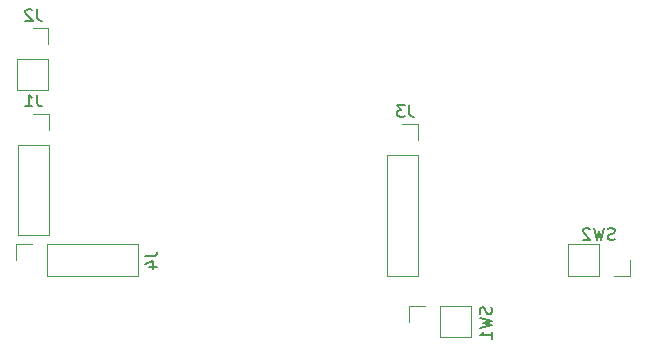
<source format=gbr>
%TF.GenerationSoftware,KiCad,Pcbnew,(5.1.9)-1*%
%TF.CreationDate,2021-04-24T21:51:37+02:00*%
%TF.ProjectId,Hoofdbord,486f6f66-6462-46f7-9264-2e6b69636164,rev?*%
%TF.SameCoordinates,Original*%
%TF.FileFunction,Legend,Bot*%
%TF.FilePolarity,Positive*%
%FSLAX46Y46*%
G04 Gerber Fmt 4.6, Leading zero omitted, Abs format (unit mm)*
G04 Created by KiCad (PCBNEW (5.1.9)-1) date 2021-04-24 21:51:37*
%MOMM*%
%LPD*%
G01*
G04 APERTURE LIST*
%ADD10C,0.120000*%
%ADD11C,0.150000*%
G04 APERTURE END LIST*
D10*
%TO.C,SW2*%
X189297000Y-83626000D02*
X189297000Y-80966000D01*
X191897000Y-83626000D02*
X189297000Y-83626000D01*
X191897000Y-80966000D02*
X189297000Y-80966000D01*
X191897000Y-83626000D02*
X191897000Y-80966000D01*
X193167000Y-83626000D02*
X194497000Y-83626000D01*
X194497000Y-83626000D02*
X194497000Y-82296000D01*
%TO.C,J3*%
X176590000Y-83626000D02*
X173930000Y-83626000D01*
X176590000Y-73406000D02*
X176590000Y-83626000D01*
X173930000Y-73406000D02*
X173930000Y-83626000D01*
X176590000Y-73406000D02*
X173930000Y-73406000D01*
X176590000Y-72136000D02*
X176590000Y-70806000D01*
X176590000Y-70806000D02*
X175260000Y-70806000D01*
%TO.C,J4*%
X152841000Y-80966000D02*
X152841000Y-83626000D01*
X145161000Y-80966000D02*
X152841000Y-80966000D01*
X145161000Y-83626000D02*
X152841000Y-83626000D01*
X145161000Y-80966000D02*
X145161000Y-83626000D01*
X143891000Y-80966000D02*
X142561000Y-80966000D01*
X142561000Y-80966000D02*
X142561000Y-82296000D01*
%TO.C,SW1*%
X181035000Y-86173000D02*
X181035000Y-88833000D01*
X178435000Y-86173000D02*
X181035000Y-86173000D01*
X178435000Y-88833000D02*
X181035000Y-88833000D01*
X178435000Y-86173000D02*
X178435000Y-88833000D01*
X177165000Y-86173000D02*
X175835000Y-86173000D01*
X175835000Y-86173000D02*
X175835000Y-87503000D01*
%TO.C,J1*%
X145348000Y-69917000D02*
X144018000Y-69917000D01*
X145348000Y-71247000D02*
X145348000Y-69917000D01*
X145348000Y-72517000D02*
X142688000Y-72517000D01*
X142688000Y-72517000D02*
X142688000Y-80197000D01*
X145348000Y-72517000D02*
X145348000Y-80197000D01*
X145348000Y-80197000D02*
X142688000Y-80197000D01*
%TO.C,J2*%
X145284500Y-67878000D02*
X142624500Y-67878000D01*
X145284500Y-65278000D02*
X145284500Y-67878000D01*
X142624500Y-65278000D02*
X142624500Y-67878000D01*
X145284500Y-65278000D02*
X142624500Y-65278000D01*
X145284500Y-64008000D02*
X145284500Y-62678000D01*
X145284500Y-62678000D02*
X143954500Y-62678000D01*
%TO.C,SW2*%
D11*
X193230333Y-80541761D02*
X193087476Y-80589380D01*
X192849380Y-80589380D01*
X192754142Y-80541761D01*
X192706523Y-80494142D01*
X192658904Y-80398904D01*
X192658904Y-80303666D01*
X192706523Y-80208428D01*
X192754142Y-80160809D01*
X192849380Y-80113190D01*
X193039857Y-80065571D01*
X193135095Y-80017952D01*
X193182714Y-79970333D01*
X193230333Y-79875095D01*
X193230333Y-79779857D01*
X193182714Y-79684619D01*
X193135095Y-79637000D01*
X193039857Y-79589380D01*
X192801761Y-79589380D01*
X192658904Y-79637000D01*
X192325571Y-79589380D02*
X192087476Y-80589380D01*
X191897000Y-79875095D01*
X191706523Y-80589380D01*
X191468428Y-79589380D01*
X191135095Y-79684619D02*
X191087476Y-79637000D01*
X190992238Y-79589380D01*
X190754142Y-79589380D01*
X190658904Y-79637000D01*
X190611285Y-79684619D01*
X190563666Y-79779857D01*
X190563666Y-79875095D01*
X190611285Y-80017952D01*
X191182714Y-80589380D01*
X190563666Y-80589380D01*
%TO.C,J3*%
X175847333Y-69175380D02*
X175847333Y-69889666D01*
X175894952Y-70032523D01*
X175990190Y-70127761D01*
X176133047Y-70175380D01*
X176228285Y-70175380D01*
X175466380Y-69175380D02*
X174847333Y-69175380D01*
X175180666Y-69556333D01*
X175037809Y-69556333D01*
X174942571Y-69603952D01*
X174894952Y-69651571D01*
X174847333Y-69746809D01*
X174847333Y-69984904D01*
X174894952Y-70080142D01*
X174942571Y-70127761D01*
X175037809Y-70175380D01*
X175323523Y-70175380D01*
X175418761Y-70127761D01*
X175466380Y-70080142D01*
%TO.C,J4*%
X153503380Y-81962666D02*
X154217666Y-81962666D01*
X154360523Y-81915047D01*
X154455761Y-81819809D01*
X154503380Y-81676952D01*
X154503380Y-81581714D01*
X153836714Y-82867428D02*
X154503380Y-82867428D01*
X153455761Y-82629333D02*
X154170047Y-82391238D01*
X154170047Y-83010285D01*
%TO.C,SW1*%
X182776761Y-86296666D02*
X182824380Y-86439523D01*
X182824380Y-86677619D01*
X182776761Y-86772857D01*
X182729142Y-86820476D01*
X182633904Y-86868095D01*
X182538666Y-86868095D01*
X182443428Y-86820476D01*
X182395809Y-86772857D01*
X182348190Y-86677619D01*
X182300571Y-86487142D01*
X182252952Y-86391904D01*
X182205333Y-86344285D01*
X182110095Y-86296666D01*
X182014857Y-86296666D01*
X181919619Y-86344285D01*
X181872000Y-86391904D01*
X181824380Y-86487142D01*
X181824380Y-86725238D01*
X181872000Y-86868095D01*
X181824380Y-87201428D02*
X182824380Y-87439523D01*
X182110095Y-87630000D01*
X182824380Y-87820476D01*
X181824380Y-88058571D01*
X182824380Y-88963333D02*
X182824380Y-88391904D01*
X182824380Y-88677619D02*
X181824380Y-88677619D01*
X181967238Y-88582380D01*
X182062476Y-88487142D01*
X182110095Y-88391904D01*
%TO.C,J1*%
X144351333Y-68286380D02*
X144351333Y-69000666D01*
X144398952Y-69143523D01*
X144494190Y-69238761D01*
X144637047Y-69286380D01*
X144732285Y-69286380D01*
X143351333Y-69286380D02*
X143922761Y-69286380D01*
X143637047Y-69286380D02*
X143637047Y-68286380D01*
X143732285Y-68429238D01*
X143827523Y-68524476D01*
X143922761Y-68572095D01*
%TO.C,J2*%
X144351333Y-61047380D02*
X144351333Y-61761666D01*
X144398952Y-61904523D01*
X144494190Y-61999761D01*
X144637047Y-62047380D01*
X144732285Y-62047380D01*
X143922761Y-61142619D02*
X143875142Y-61095000D01*
X143779904Y-61047380D01*
X143541809Y-61047380D01*
X143446571Y-61095000D01*
X143398952Y-61142619D01*
X143351333Y-61237857D01*
X143351333Y-61333095D01*
X143398952Y-61475952D01*
X143970380Y-62047380D01*
X143351333Y-62047380D01*
%TD*%
M02*

</source>
